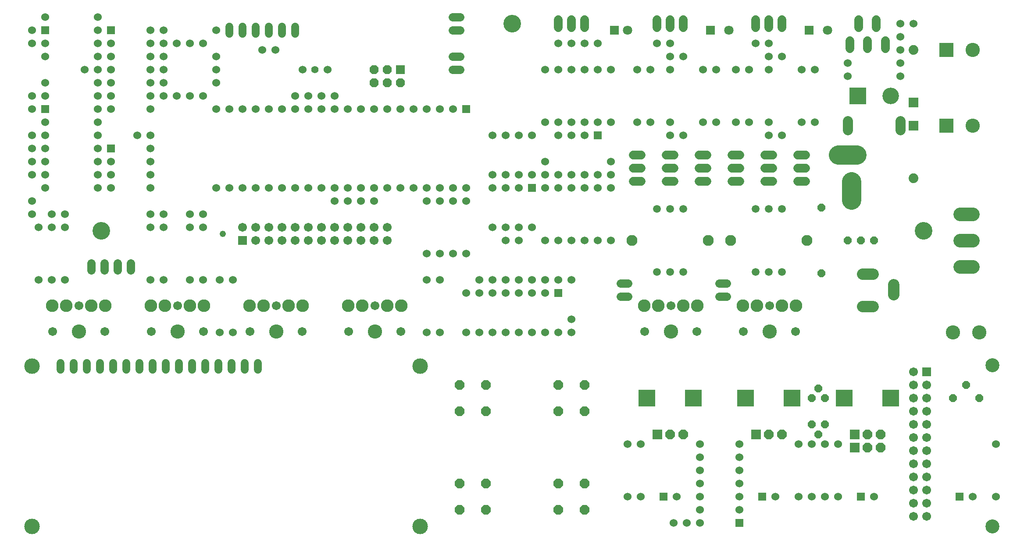
<source format=gbr>
G04 EAGLE Gerber RS-274X export*
G75*
%MOMM*%
%FSLAX34Y34*%
%LPD*%
%INSoldermask Bottom*%
%IPPOS*%
%AMOC8*
5,1,8,0,0,1.08239X$1,22.5*%
G01*
%ADD10C,3.403200*%
%ADD11C,2.703200*%
%ADD12C,1.524000*%
%ADD13R,2.743200X2.743200*%
%ADD14C,2.743200*%
%ADD15C,1.879600*%
%ADD16R,1.879600X1.879600*%
%ADD17R,1.524000X1.524000*%
%ADD18C,3.759200*%
%ADD19C,2.203200*%
%ADD20C,1.727200*%
%ADD21P,1.649562X8X112.500000*%
%ADD22C,1.511200*%
%ADD23C,3.003200*%
%ADD24C,2.453200*%
%ADD25C,1.703200*%
%ADD26P,1.649562X8X22.500000*%
%ADD27C,2.603500*%
%ADD28R,1.853200X1.853200*%
%ADD29P,2.005885X8X292.500000*%
%ADD30R,3.319200X3.319200*%
%ADD31P,2.034460X8X112.500000*%
%ADD32C,1.803400*%
%ADD33R,1.803400X1.803400*%
%ADD34C,1.503200*%
%ADD35C,2.103200*%
%ADD36C,1.625600*%
%ADD37C,1.981200*%
%ADD38R,1.711200X1.711200*%
%ADD39C,1.711200*%
%ADD40P,1.649562X8X202.500000*%
%ADD41C,1.524000*%
%ADD42P,1.852186X8X202.500000*%
%ADD43C,1.409600*%
%ADD44C,3.203200*%
%ADD45P,1.681168X8X22.500000*%
%ADD46R,3.203200X3.203200*%
%ADD47C,1.209600*%


D10*
X158750Y603250D03*
X1746250Y603250D03*
D11*
X1879600Y342900D03*
X1879600Y31750D03*
D10*
X952500Y1003300D03*
D12*
X304800Y863600D03*
X279400Y863600D03*
X63500Y635000D03*
X88900Y635000D03*
X1257300Y787400D03*
X1282700Y787400D03*
X1447800Y787400D03*
X1473200Y787400D03*
D13*
X1790700Y952500D03*
D14*
X1841500Y952500D03*
D12*
X355600Y635000D03*
X330200Y635000D03*
D15*
X1727200Y952500D03*
D16*
X1727200Y850900D03*
D17*
X50800Y990600D03*
D12*
X152400Y990600D03*
D17*
X50800Y838200D03*
D12*
X152400Y838200D03*
D17*
X177800Y990600D03*
D12*
X177800Y965200D03*
X177800Y838200D03*
X254000Y838200D03*
X177800Y939800D03*
X177800Y914400D03*
X177800Y863600D03*
X177800Y889000D03*
X254000Y863600D03*
X254000Y889000D03*
X254000Y914400D03*
X254000Y939800D03*
X254000Y965200D03*
X254000Y990600D03*
D17*
X1390650Y38100D03*
D12*
X1390650Y63500D03*
X1390650Y190500D03*
X1314450Y190500D03*
X1390650Y88900D03*
X1390650Y114300D03*
X1390650Y165100D03*
X1390650Y139700D03*
X1314450Y165100D03*
X1314450Y139700D03*
X1314450Y114300D03*
X1314450Y88900D03*
X1314450Y63500D03*
X1314450Y38100D03*
D17*
X177800Y762000D03*
D12*
X177800Y736600D03*
X254000Y736600D03*
X254000Y762000D03*
X177800Y711200D03*
X177800Y685800D03*
X254000Y711200D03*
X254000Y685800D03*
D18*
X1582420Y749300D02*
X1617980Y749300D01*
X1607566Y697865D02*
X1607566Y662305D01*
D19*
X1628700Y519000D02*
X1648700Y519000D01*
X1648700Y456000D02*
X1628700Y456000D01*
X1688700Y479000D02*
X1688700Y499000D01*
D20*
X1328420Y749300D02*
X1313180Y749300D01*
X1313180Y723900D02*
X1328420Y723900D01*
X1328420Y698500D02*
X1313180Y698500D01*
X1201420Y749300D02*
X1186180Y749300D01*
X1186180Y723900D02*
X1201420Y723900D01*
X1201420Y698500D02*
X1186180Y698500D01*
X1249680Y749300D02*
X1264920Y749300D01*
X1264920Y723900D02*
X1249680Y723900D01*
X1249680Y698500D02*
X1264920Y698500D01*
X1503680Y749300D02*
X1518920Y749300D01*
X1518920Y723900D02*
X1503680Y723900D01*
X1503680Y698500D02*
X1518920Y698500D01*
X1391920Y749300D02*
X1376680Y749300D01*
X1376680Y723900D02*
X1391920Y723900D01*
X1391920Y698500D02*
X1376680Y698500D01*
X1440180Y749300D02*
X1455420Y749300D01*
X1455420Y723900D02*
X1440180Y723900D01*
X1440180Y698500D02*
X1455420Y698500D01*
D12*
X1346200Y812800D03*
X1346200Y914400D03*
X1117600Y914400D03*
X1117600Y812800D03*
X1016000Y914400D03*
X1016000Y812800D03*
X1536700Y812800D03*
X1536700Y914400D03*
X1511300Y914400D03*
X1511300Y812800D03*
X1384300Y914400D03*
X1384300Y812800D03*
X1447800Y914400D03*
X1447800Y812800D03*
X1041400Y584200D03*
X1041400Y685800D03*
X1066800Y685800D03*
X1066800Y584200D03*
X1092200Y685800D03*
X1092200Y584200D03*
X1320800Y914400D03*
X1320800Y812800D03*
X1117600Y584200D03*
X1117600Y685800D03*
X1409700Y812800D03*
X1409700Y914400D03*
X1016000Y584200D03*
X1016000Y685800D03*
X1600200Y927100D03*
X1701800Y927100D03*
X1701800Y901700D03*
X1600200Y901700D03*
X1193800Y914400D03*
X1193800Y812800D03*
X254000Y508000D03*
X254000Y609600D03*
X355600Y508000D03*
X355600Y609600D03*
X330200Y609600D03*
X330200Y508000D03*
X152400Y939800D03*
X50800Y939800D03*
X50800Y965200D03*
X152400Y965200D03*
X50800Y889000D03*
X152400Y889000D03*
X50800Y863600D03*
X152400Y863600D03*
X1219200Y812800D03*
X1219200Y914400D03*
X787400Y660400D03*
X787400Y558800D03*
X279400Y914400D03*
X381000Y914400D03*
X279400Y990600D03*
X381000Y990600D03*
X381000Y889000D03*
X279400Y889000D03*
X50800Y1016000D03*
X152400Y1016000D03*
X50800Y812800D03*
X152400Y812800D03*
X63500Y508000D03*
X63500Y609600D03*
X88900Y609600D03*
X88900Y508000D03*
X50800Y711200D03*
X152400Y711200D03*
X1257300Y914400D03*
X1257300Y812800D03*
X50800Y762000D03*
X152400Y762000D03*
X50800Y736600D03*
X152400Y736600D03*
D21*
X1549400Y520700D03*
X1549400Y647700D03*
D12*
X1143000Y914400D03*
X1143000Y812800D03*
X1041400Y914400D03*
X1041400Y812800D03*
X1066800Y812800D03*
X1066800Y914400D03*
X1092200Y812800D03*
X1092200Y914400D03*
X863600Y558800D03*
X863600Y660400D03*
X1200150Y88900D03*
X1200150Y190500D03*
X1504950Y88900D03*
X1504950Y190500D03*
X1174750Y190500D03*
X1174750Y88900D03*
X838200Y660400D03*
X838200Y558800D03*
X812800Y558800D03*
X812800Y660400D03*
X990600Y787400D03*
X965200Y787400D03*
X965200Y711200D03*
X990600Y711200D03*
X939800Y787400D03*
X914400Y787400D03*
X939800Y711200D03*
X914400Y711200D03*
D17*
X863600Y838200D03*
D12*
X838200Y838200D03*
X812800Y838200D03*
X787400Y838200D03*
X762000Y838200D03*
X736600Y838200D03*
X711200Y838200D03*
X685800Y838200D03*
X660400Y838200D03*
X635000Y838200D03*
X609600Y838200D03*
X584200Y838200D03*
X558800Y838200D03*
X533400Y838200D03*
X508000Y838200D03*
X482600Y838200D03*
X457200Y838200D03*
X431800Y838200D03*
X406400Y838200D03*
X381000Y838200D03*
X381000Y685800D03*
X406400Y685800D03*
X431800Y685800D03*
X457200Y685800D03*
X482600Y685800D03*
X508000Y685800D03*
X533400Y685800D03*
X558800Y685800D03*
X584200Y685800D03*
X609600Y685800D03*
X635000Y685800D03*
X660400Y685800D03*
X685800Y685800D03*
X711200Y685800D03*
X736600Y685800D03*
X762000Y685800D03*
X787400Y685800D03*
X812800Y685800D03*
X838200Y685800D03*
X863600Y685800D03*
D22*
X80000Y347490D02*
X80000Y334410D01*
X105400Y334410D02*
X105400Y347490D01*
X130800Y347490D02*
X130800Y334410D01*
X156200Y334410D02*
X156200Y347490D01*
X181600Y347490D02*
X181600Y334410D01*
X207000Y334410D02*
X207000Y347490D01*
X232400Y347490D02*
X232400Y334410D01*
X257800Y334410D02*
X257800Y347490D01*
X283200Y347490D02*
X283200Y334410D01*
X308600Y334410D02*
X308600Y347490D01*
X334000Y347490D02*
X334000Y334410D01*
X359400Y334410D02*
X359400Y347490D01*
X384800Y347490D02*
X384800Y334410D01*
X410200Y334410D02*
X410200Y347490D01*
X435600Y347490D02*
X435600Y334410D01*
X461000Y334410D02*
X461000Y347490D01*
D23*
X25400Y31750D03*
X25400Y340950D03*
X774600Y340950D03*
X774600Y31750D03*
D14*
X115300Y408000D03*
D24*
X91300Y458000D03*
X139300Y458000D03*
X166300Y458000D03*
X64300Y458000D03*
D25*
X65300Y408000D03*
X165300Y408000D03*
X115300Y458000D03*
D14*
X305800Y408000D03*
D24*
X281800Y458000D03*
X329800Y458000D03*
X356800Y458000D03*
X254800Y458000D03*
D25*
X255800Y408000D03*
X355800Y408000D03*
X305800Y458000D03*
D14*
X686800Y408000D03*
D24*
X662800Y458000D03*
X710800Y458000D03*
X737800Y458000D03*
X635800Y458000D03*
D25*
X636800Y408000D03*
X736800Y408000D03*
X686800Y458000D03*
D14*
X1258300Y408000D03*
D24*
X1234300Y458000D03*
X1282300Y458000D03*
X1309300Y458000D03*
X1207300Y458000D03*
D25*
X1208300Y408000D03*
X1308300Y408000D03*
X1258300Y458000D03*
D14*
X1448800Y408000D03*
D24*
X1424800Y458000D03*
X1472800Y458000D03*
X1499800Y458000D03*
X1397800Y458000D03*
D25*
X1398800Y408000D03*
X1498800Y408000D03*
X1448800Y458000D03*
D26*
X1803400Y279400D03*
X1854200Y279400D03*
X1828800Y304800D03*
D13*
X1790700Y806450D03*
D14*
X1841500Y806450D03*
D27*
X1840802Y533400D02*
X1816799Y533400D01*
X1816799Y584200D02*
X1840802Y584200D01*
X1840802Y635000D02*
X1816799Y635000D01*
D14*
X1854200Y406400D03*
X1803400Y406400D03*
D12*
X1143000Y584200D03*
X1143000Y685800D03*
D20*
X1041400Y995680D02*
X1041400Y1010920D01*
X1066800Y1010920D02*
X1066800Y995680D01*
X1092200Y995680D02*
X1092200Y1010920D01*
X1231900Y1010920D02*
X1231900Y995680D01*
X1257300Y995680D02*
X1257300Y1010920D01*
X1282700Y1010920D02*
X1282700Y995680D01*
X1422400Y995680D02*
X1422400Y1010920D01*
X1447800Y1010920D02*
X1447800Y995680D01*
X1473200Y995680D02*
X1473200Y1010920D01*
D17*
X1117600Y787400D03*
D12*
X1092200Y787400D03*
X1092200Y711200D03*
X1117600Y711200D03*
X1066800Y787400D03*
X1041400Y787400D03*
X1066800Y711200D03*
X1041400Y711200D03*
X254000Y635000D03*
X279400Y635000D03*
X279400Y609600D03*
X279400Y508000D03*
D17*
X1041400Y482600D03*
D12*
X1016000Y482600D03*
X889000Y482600D03*
X863600Y482600D03*
X990600Y482600D03*
X965200Y482600D03*
X914400Y482600D03*
X939800Y482600D03*
X863600Y406400D03*
X889000Y406400D03*
X914400Y406400D03*
X939800Y406400D03*
X965200Y406400D03*
X990600Y406400D03*
X1016000Y406400D03*
X1041400Y406400D03*
D14*
X496300Y408000D03*
D24*
X472300Y458000D03*
X520300Y458000D03*
X547300Y458000D03*
X445300Y458000D03*
D25*
X446300Y408000D03*
X546300Y408000D03*
X496300Y458000D03*
D12*
X595630Y914400D03*
X547370Y914400D03*
X584200Y863600D03*
X609600Y863600D03*
X558800Y863600D03*
X533400Y863600D03*
D28*
X1613300Y209400D03*
D29*
X1638300Y209400D03*
X1663300Y209400D03*
D30*
X1683300Y279400D03*
X1593300Y279400D03*
D28*
X1613300Y184000D03*
D29*
X1638300Y184000D03*
X1663300Y184000D03*
D28*
X1232300Y209400D03*
D29*
X1257300Y209400D03*
X1282300Y209400D03*
D30*
X1302300Y279400D03*
X1212300Y279400D03*
D28*
X1422800Y209400D03*
D29*
X1447800Y209400D03*
X1472800Y209400D03*
D30*
X1492800Y279400D03*
X1402800Y279400D03*
D31*
X1041400Y63500D03*
X1041400Y114300D03*
X1092200Y114300D03*
X1092200Y63500D03*
X1041400Y254000D03*
X1041400Y304800D03*
X1092200Y304800D03*
X1092200Y254000D03*
X850900Y254000D03*
X850900Y304800D03*
X901700Y304800D03*
X901700Y254000D03*
X850900Y63500D03*
X850900Y114300D03*
X901700Y114300D03*
X901700Y63500D03*
D17*
X1244600Y88900D03*
D12*
X1270000Y88900D03*
D17*
X1435100Y88900D03*
D12*
X1460500Y88900D03*
D32*
X1370330Y990600D03*
D33*
X1334770Y990600D03*
D32*
X1560830Y990600D03*
D33*
X1525270Y990600D03*
D12*
X1701800Y952500D03*
X1701800Y977900D03*
X1701800Y1003300D03*
X1727200Y1003300D03*
X1041400Y965200D03*
X1066800Y965200D03*
X1092200Y965200D03*
X1117600Y965200D03*
X1231900Y965200D03*
X1257300Y965200D03*
X1282700Y939800D03*
X1257300Y939800D03*
X1422400Y965200D03*
X1447800Y965200D03*
X1473200Y939800D03*
X1447800Y939800D03*
D34*
X1231900Y523240D03*
X1257300Y523519D03*
X1282700Y523240D03*
X1231900Y645160D03*
X1257300Y645160D03*
X1282700Y645160D03*
D35*
X1183767Y584200D03*
X1330833Y584200D03*
D34*
X1422400Y523240D03*
X1447800Y523519D03*
X1473200Y523240D03*
X1422400Y645160D03*
X1447800Y645160D03*
X1473200Y645160D03*
D35*
X1374267Y584200D03*
X1521333Y584200D03*
D36*
X1175512Y501650D02*
X1161288Y501650D01*
X1161288Y476250D02*
X1175512Y476250D01*
X1351788Y501650D02*
X1366012Y501650D01*
X1366012Y476250D02*
X1351788Y476250D01*
D12*
X990600Y508000D03*
X1016000Y508000D03*
X914400Y508000D03*
X889000Y508000D03*
X1041400Y508000D03*
X1066800Y508000D03*
X965200Y508000D03*
X939800Y508000D03*
X25400Y635000D03*
X25400Y660400D03*
X330200Y863600D03*
X355600Y863600D03*
X25400Y838200D03*
X25400Y863600D03*
X25400Y990600D03*
X25400Y965200D03*
X152400Y787400D03*
X50800Y787400D03*
X25400Y762000D03*
X25400Y787400D03*
D37*
X1600200Y797560D02*
X1600200Y815340D01*
X1701800Y815340D02*
X1701800Y797560D01*
D38*
X431800Y584200D03*
D39*
X431800Y609600D03*
X457200Y584200D03*
X457200Y609600D03*
X482600Y584200D03*
X482600Y609600D03*
X508000Y584200D03*
X508000Y609600D03*
X533400Y584200D03*
X533400Y609600D03*
X558800Y584200D03*
X558800Y609600D03*
X584200Y584200D03*
X584200Y609600D03*
X609600Y584200D03*
X609600Y609600D03*
X635000Y584200D03*
X635000Y609600D03*
X660400Y584200D03*
X660400Y609600D03*
X685800Y584200D03*
X685800Y609600D03*
X711200Y584200D03*
X711200Y609600D03*
D38*
X1752600Y330200D03*
D39*
X1727200Y330200D03*
X1752600Y304800D03*
X1727200Y304800D03*
X1752600Y279400D03*
X1727200Y279400D03*
X1752600Y254000D03*
X1727200Y254000D03*
X1752600Y228600D03*
X1727200Y228600D03*
X1752600Y203200D03*
X1727200Y203200D03*
X1752600Y177800D03*
X1727200Y177800D03*
X1752600Y152400D03*
X1727200Y152400D03*
X1752600Y127000D03*
X1727200Y127000D03*
X1752600Y101600D03*
X1727200Y101600D03*
X1752600Y76200D03*
X1727200Y76200D03*
X1752600Y50800D03*
X1727200Y50800D03*
D12*
X254000Y787400D03*
X228600Y787400D03*
X152400Y914400D03*
X127000Y914400D03*
X1066800Y406400D03*
X1066800Y431800D03*
X1289050Y38100D03*
X1263650Y38100D03*
X609600Y660400D03*
X635000Y660400D03*
X660400Y660400D03*
X685800Y660400D03*
X1016000Y711200D03*
X1016000Y736600D03*
X1143000Y711200D03*
X1143000Y736600D03*
X330200Y965200D03*
X355600Y965200D03*
X381000Y939800D03*
X279400Y939800D03*
X304800Y965200D03*
X279400Y965200D03*
X412750Y406400D03*
X412750Y508000D03*
X387350Y508000D03*
X387350Y406400D03*
D17*
X990600Y685800D03*
D12*
X965200Y685800D03*
X914400Y609600D03*
X939800Y609600D03*
X939800Y685800D03*
X914400Y685800D03*
X965200Y609600D03*
X990600Y609600D03*
D17*
X1816100Y88900D03*
D12*
X1841500Y88900D03*
X1885950Y88900D03*
X1885950Y190500D03*
D40*
X1530350Y228600D03*
X1543050Y209550D03*
X1555750Y228600D03*
D26*
X1555750Y279400D03*
X1543050Y298450D03*
X1530350Y279400D03*
D12*
X1555750Y190500D03*
X1555750Y88900D03*
X1530350Y88900D03*
X1530350Y190500D03*
D41*
X406400Y983996D02*
X406400Y997204D01*
X431800Y997204D02*
X431800Y983996D01*
X457200Y983996D02*
X457200Y997204D01*
X482600Y997204D02*
X482600Y983996D01*
X508000Y983996D02*
X508000Y997204D01*
X533400Y997204D02*
X533400Y983996D01*
D12*
X812800Y406400D03*
X812800Y508000D03*
X787400Y508000D03*
X787400Y406400D03*
X495300Y952500D03*
X469900Y952500D03*
D17*
X1625600Y88900D03*
D12*
X1651000Y88900D03*
X1581150Y88900D03*
X1581150Y190500D03*
D32*
X1174750Y990600D03*
D33*
X1149350Y990600D03*
D38*
X736600Y914400D03*
D42*
X736600Y889000D03*
X711200Y914400D03*
X711200Y889000D03*
X685800Y914400D03*
X685800Y889000D03*
D12*
X939800Y584200D03*
X965200Y584200D03*
X25400Y736600D03*
X25400Y711200D03*
X50800Y685800D03*
X152400Y685800D03*
X38100Y508000D03*
X38100Y609600D03*
D15*
X1727200Y704850D03*
D16*
X1727200Y806450D03*
D20*
X1621300Y995405D02*
X1621300Y1010645D01*
X1638300Y970645D02*
X1638300Y955405D01*
X1655300Y995405D02*
X1655300Y1010645D01*
X1604300Y970645D02*
X1604300Y955405D01*
X1672300Y955405D02*
X1672300Y970645D01*
D40*
X1651000Y584200D03*
X1600200Y584200D03*
D36*
X139700Y540512D02*
X139700Y526288D01*
X165100Y526288D02*
X165100Y540512D01*
X190500Y540512D02*
X190500Y526288D01*
X215900Y526288D02*
X215900Y540512D01*
X837438Y939800D02*
X851662Y939800D01*
X851662Y914400D02*
X837438Y914400D01*
X837438Y990600D02*
X851662Y990600D01*
X851662Y1016000D02*
X837438Y1016000D01*
D43*
X571500Y914400D03*
D44*
X1682750Y863600D03*
D45*
X1625600Y584200D03*
D46*
X1619250Y863600D03*
D47*
X393700Y596900D03*
M02*

</source>
